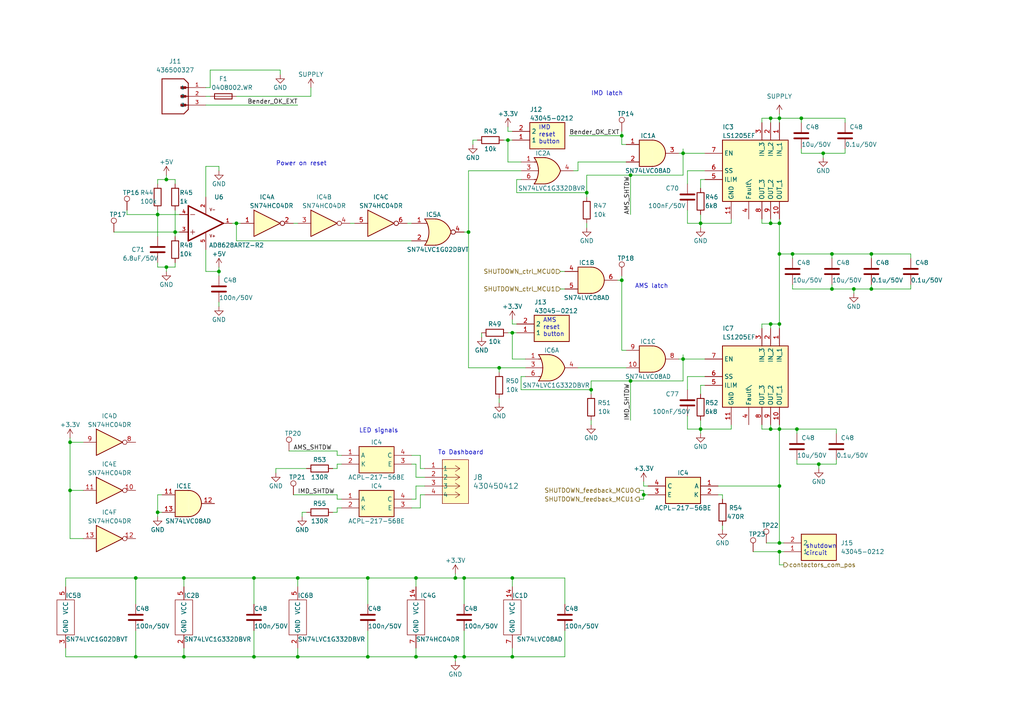
<source format=kicad_sch>
(kicad_sch (version 20230121) (generator eeschema)
  (paper "A4")
  (title_block (title "Shutsown circuit") (date "2023-12-29") (rev "V1.0") (company "Valais Wallis Racing Team") (comment 1 "Bétrisey Mattia"))
  (junction (at 148.59 190.5))
  (junction (at 20.32 142.24))
  (junction (at 147.32 40.64))
  (junction (at 241.3 83.82))
  (junction (at 238.76 44.45))
  (junction (at 45.72 148.59))
  (junction (at 203.2 124.46))
  (junction (at 120.65 167.64))
  (junction (at 241.3 73.66))
  (junction (at 226.06 140.97))
  (junction (at 132.08 167.64))
  (junction (at 231.14 124.46))
  (junction (at 50.8 67.31))
  (junction (at 134.62 167.64))
  (junction (at 132.08 190.5))
  (junction (at 252.73 83.82))
  (junction (at 226.06 93.98))
  (junction (at 20.32 128.27))
  (junction (at 247.65 83.82))
  (junction (at 223.52 34.29))
  (junction (at 198.12 44.45))
  (junction (at 48.26 77.47))
  (junction (at 170.18 55.88))
  (junction (at 45.72 62.23))
  (junction (at 223.52 64.77))
  (junction (at 180.34 81.28))
  (junction (at 106.68 190.5))
  (junction (at 180.34 39.37))
  (junction (at 226.06 64.77))
  (junction (at 252.73 73.66))
  (junction (at 63.5 78.74))
  (junction (at 223.52 124.46))
  (junction (at 39.37 190.5))
  (junction (at 135.89 67.31))
  (junction (at 73.66 190.5))
  (junction (at 226.06 160.02))
  (junction (at 171.45 113.03))
  (junction (at 134.62 190.5))
  (junction (at 237.49 134.62))
  (junction (at 232.41 34.29))
  (junction (at 226.06 157.48))
  (junction (at 48.26 52.07))
  (junction (at 186.69 143.51))
  (junction (at 53.34 190.5))
  (junction (at 226.06 34.29))
  (junction (at 226.06 73.66))
  (junction (at 86.36 167.64))
  (junction (at 148.59 96.52))
  (junction (at 39.37 167.64))
  (junction (at 144.78 106.68))
  (junction (at 120.65 190.5))
  (junction (at 223.52 93.98))
  (junction (at 86.36 190.5))
  (junction (at 182.88 50.8))
  (junction (at 203.2 64.77))
  (junction (at 229.87 73.66))
  (junction (at 73.66 167.64))
  (junction (at 68.58 64.77))
  (junction (at 182.88 110.49))
  (junction (at 226.06 124.46))
  (junction (at 198.12 104.14))
  (junction (at 148.59 167.64))
  (junction (at 106.68 167.64))
  (junction (at 53.34 167.64))
  (wire (pts (xy 238.76 44.45) (xy 245.11 44.45)))
  (wire (pts (xy 182.88 50.8) (xy 198.12 50.8)))
  (wire (pts (xy 203.2 125.73) (xy 203.2 124.46)))
  (wire (pts (xy 220.98 93.98) (xy 220.98 95.25)))
  (wire (pts (xy 149.86 52.07) (xy 149.86 55.88)))
  (wire (pts (xy 148.59 167.64) (xy 163.83 167.64)))
  (wire (pts (xy 203.2 62.23) (xy 203.2 64.77)))
  (wire (pts (xy 231.14 133.35) (xy 231.14 134.62)))
  (wire (pts (xy 222.25 157.48) (xy 226.06 157.48)))
  (wire (pts (xy 223.52 124.46) (xy 226.06 124.46)))
  (wire (pts (xy 226.06 73.66) (xy 226.06 64.77)))
  (wire (pts (xy 186.69 140.97) (xy 187.96 140.97)))
  (wire (pts (xy 237.49 135.89) (xy 237.49 134.62)))
  (wire (pts (xy 135.89 49.53) (xy 151.13 49.53)))
  (wire (pts (xy 96.52 148.59) (xy 97.79 148.59)))
  (wire (pts (xy 121.92 135.89) (xy 123.19 135.89)))
  (wire (pts (xy 199.39 64.77) (xy 203.2 64.77)))
  (wire (pts (xy 220.98 63.5) (xy 220.98 64.77)))
  (wire (pts (xy 63.5 48.26) (xy 63.5 49.53)))
  (wire (pts (xy 231.14 124.46) (xy 231.14 125.73)))
  (wire (pts (xy 50.8 60.96) (xy 50.8 67.31)))
  (wire (pts (xy 144.78 115.57) (xy 144.78 116.84)))
  (wire (pts (xy 198.12 44.45) (xy 204.47 44.45)))
  (wire (pts (xy 147.32 38.1) (xy 148.59 38.1)))
  (wire (pts (xy 48.26 77.47) (xy 50.8 77.47)))
  (wire (pts (xy 229.87 83.82) (xy 241.3 83.82)))
  (wire (pts (xy 199.39 49.53) (xy 199.39 53.34)))
  (wire (pts (xy 73.66 167.64) (xy 73.66 175.26)))
  (wire (pts (xy 247.65 85.09) (xy 247.65 83.82)))
  (wire (pts (xy 182.88 110.49) (xy 198.12 110.49)))
  (wire (pts (xy 167.64 106.68) (xy 181.61 106.68)))
  (wire (pts (xy 45.72 148.59) (xy 45.72 149.86)))
  (wire (pts (xy 220.98 34.29) (xy 220.98 35.56)))
  (wire (pts (xy 208.28 140.97) (xy 226.06 140.97)))
  (wire (pts (xy 242.57 133.35) (xy 242.57 134.62)))
  (wire (pts (xy 135.89 67.31) (xy 135.89 106.68)))
  (wire (pts (xy 81.28 20.32) (xy 81.28 21.59)))
  (wire (pts (xy 134.62 190.5) (xy 148.59 190.5)))
  (wire (pts (xy 39.37 182.88) (xy 39.37 190.5)))
  (wire (pts (xy 147.32 40.64) (xy 147.32 46.99)))
  (wire (pts (xy 199.39 60.96) (xy 199.39 64.77)))
  (wire (pts (xy 121.92 143.51) (xy 123.19 143.51)))
  (wire (pts (xy 59.69 78.74) (xy 63.5 78.74)))
  (wire (pts (xy 245.11 43.18) (xy 245.11 44.45)))
  (wire (pts (xy 226.06 124.46) (xy 226.06 140.97)))
  (wire (pts (xy 97.79 143.51) (xy 97.79 144.78)))
  (wire (pts (xy 80.01 135.89) (xy 88.9 135.89)))
  (wire (pts (xy 241.3 73.66) (xy 241.3 74.93)))
  (wire (pts (xy 87.63 148.59) (xy 87.63 149.86)))
  (wire (pts (xy 33.02 67.31) (xy 50.8 67.31)))
  (wire (pts (xy 144.78 106.68) (xy 135.89 106.68)))
  (wire (pts (xy 252.73 82.55) (xy 252.73 83.82)))
  (wire (pts (xy 68.58 64.77) (xy 69.85 64.77)))
  (wire (pts (xy 170.18 50.8) (xy 182.88 50.8)))
  (wire (pts (xy 220.98 124.46) (xy 223.52 124.46)))
  (wire (pts (xy 68.58 69.85) (xy 119.38 69.85)))
  (wire (pts (xy 48.26 50.8) (xy 48.26 52.07)))
  (wire (pts (xy 231.14 134.62) (xy 237.49 134.62)))
  (wire (pts (xy 148.59 93.98) (xy 149.86 93.98)))
  (wire (pts (xy 83.82 130.81) (xy 97.79 130.81)))
  (wire (pts (xy 196.85 44.45) (xy 198.12 44.45)))
  (wire (pts (xy 223.52 93.98) (xy 226.06 93.98)))
  (wire (pts (xy 223.52 123.19) (xy 223.52 124.46)))
  (wire (pts (xy 182.88 121.92) (xy 182.88 110.49)))
  (wire (pts (xy 171.45 123.19) (xy 171.45 121.92)))
  (wire (pts (xy 163.83 83.82) (xy 162.56 83.82)))
  (wire (pts (xy 59.69 27.94) (xy 60.96 27.94)))
  (wire (pts (xy 180.34 101.6) (xy 181.61 101.6)))
  (wire (pts (xy 134.62 167.64) (xy 132.08 167.64)))
  (wire (pts (xy 186.69 143.51) (xy 187.96 143.51)))
  (wire (pts (xy 59.69 25.4) (xy 60.96 25.4)))
  (wire (pts (xy 48.26 52.07) (xy 45.72 52.07)))
  (wire (pts (xy 171.45 113.03) (xy 171.45 114.3)))
  (wire (pts (xy 252.73 73.66) (xy 252.73 74.93)))
  (wire (pts (xy 87.63 148.59) (xy 88.9 148.59)))
  (wire (pts (xy 19.05 167.64) (xy 39.37 167.64)))
  (wire (pts (xy 223.52 64.77) (xy 220.98 64.77)))
  (wire (pts (xy 50.8 52.07) (xy 50.8 53.34)))
  (wire (pts (xy 119.38 147.32) (xy 121.92 147.32)))
  (wire (pts (xy 241.3 73.66) (xy 252.73 73.66)))
  (wire (pts (xy 185.42 144.78) (xy 186.69 144.78)))
  (wire (pts (xy 223.52 34.29) (xy 223.52 35.56)))
  (wire (pts (xy 63.5 88.9) (xy 63.5 87.63)))
  (wire (pts (xy 151.13 109.22) (xy 152.4 109.22)))
  (wire (pts (xy 48.26 77.47) (xy 48.26 78.74)))
  (wire (pts (xy 97.79 147.32) (xy 99.06 147.32)))
  (wire (pts (xy 226.06 160.02) (xy 227.33 160.02)))
  (wire (pts (xy 148.59 187.96) (xy 148.59 190.5)))
  (wire (pts (xy 20.32 128.27) (xy 24.13 128.27)))
  (wire (pts (xy 241.3 82.55) (xy 241.3 83.82)))
  (wire (pts (xy 120.65 138.43) (xy 123.19 138.43)))
  (wire (pts (xy 20.32 156.21) (xy 24.13 156.21)))
  (wire (pts (xy 97.79 144.78) (xy 99.06 144.78)))
  (wire (pts (xy 134.62 167.64) (xy 148.59 167.64)))
  (wire (pts (xy 36.83 62.23) (xy 36.83 60.96)))
  (wire (pts (xy 198.12 43.18) (xy 198.12 44.45)))
  (wire (pts (xy 170.18 55.88) (xy 170.18 57.15)))
  (wire (pts (xy 134.62 182.88) (xy 134.62 190.5)))
  (wire (pts (xy 90.17 25.4) (xy 90.17 27.94)))
  (wire (pts (xy 167.64 49.53) (xy 166.37 49.53)))
  (wire (pts (xy 237.49 134.62) (xy 242.57 134.62)))
  (wire (pts (xy 73.66 190.5) (xy 86.36 190.5)))
  (wire (pts (xy 45.72 52.07) (xy 45.72 53.34)))
  (wire (pts (xy 134.62 67.31) (xy 135.89 67.31)))
  (wire (pts (xy 73.66 182.88) (xy 73.66 190.5)))
  (wire (pts (xy 60.96 20.32) (xy 60.96 25.4)))
  (wire (pts (xy 163.83 78.74) (xy 162.56 78.74)))
  (wire (pts (xy 120.65 140.97) (xy 123.19 140.97)))
  (wire (pts (xy 148.59 104.14) (xy 152.4 104.14)))
  (wire (pts (xy 204.47 104.14) (xy 198.12 104.14)))
  (wire (pts (xy 167.64 46.99) (xy 181.61 46.99)))
  (wire (pts (xy 252.73 73.66) (xy 264.16 73.66)))
  (wire (pts (xy 137.16 40.64) (xy 138.43 40.64)))
  (wire (pts (xy 146.05 40.64) (xy 147.32 40.64)))
  (wire (pts (xy 151.13 109.22) (xy 151.13 113.03)))
  (wire (pts (xy 144.78 106.68) (xy 152.4 106.68)))
  (wire (pts (xy 220.98 123.19) (xy 220.98 124.46)))
  (wire (pts (xy 229.87 82.55) (xy 229.87 83.82)))
  (wire (pts (xy 241.3 83.82) (xy 247.65 83.82)))
  (wire (pts (xy 203.2 121.92) (xy 203.2 124.46)))
  (wire (pts (xy 147.32 46.99) (xy 151.13 46.99)))
  (wire (pts (xy 132.08 166.37) (xy 132.08 167.64)))
  (wire (pts (xy 232.41 34.29) (xy 232.41 35.56)))
  (wire (pts (xy 199.39 124.46) (xy 203.2 124.46)))
  (wire (pts (xy 203.2 66.04) (xy 203.2 64.77)))
  (wire (pts (xy 185.42 142.24) (xy 186.69 142.24)))
  (wire (pts (xy 147.32 96.52) (xy 148.59 96.52)))
  (wire (pts (xy 106.68 182.88) (xy 106.68 190.5)))
  (wire (pts (xy 39.37 167.64) (xy 39.37 175.26)))
  (wire (pts (xy 36.83 62.23) (xy 45.72 62.23)))
  (wire (pts (xy 20.32 142.24) (xy 20.32 156.21)))
  (wire (pts (xy 218.44 160.02) (xy 226.06 160.02)))
  (wire (pts (xy 238.76 45.72) (xy 238.76 44.45)))
  (wire (pts (xy 50.8 76.2) (xy 50.8 77.47)))
  (wire (pts (xy 148.59 190.5) (xy 163.83 190.5)))
  (wire (pts (xy 144.78 106.68) (xy 144.78 107.95)))
  (wire (pts (xy 134.62 167.64) (xy 134.62 175.26)))
  (wire (pts (xy 203.2 52.07) (xy 203.2 54.61)))
  (wire (pts (xy 151.13 113.03) (xy 171.45 113.03)))
  (wire (pts (xy 120.65 187.96) (xy 120.65 190.5)))
  (wire (pts (xy 59.69 72.39) (xy 59.69 78.74)))
  (wire (pts (xy 85.09 143.51) (xy 97.79 143.51)))
  (wire (pts (xy 186.69 139.7) (xy 186.69 140.97)))
  (wire (pts (xy 120.65 190.5) (xy 132.08 190.5)))
  (wire (pts (xy 45.72 76.2) (xy 45.72 77.47)))
  (wire (pts (xy 63.5 78.74) (xy 63.5 77.47)))
  (wire (pts (xy 102.87 64.77) (xy 101.6 64.77)))
  (wire (pts (xy 121.92 143.51) (xy 121.92 147.32)))
  (wire (pts (xy 179.07 81.28) (xy 180.34 81.28)))
  (wire (pts (xy 85.09 64.77) (xy 86.36 64.77)))
  (wire (pts (xy 209.55 143.51) (xy 209.55 144.78)))
  (wire (pts (xy 97.79 132.08) (xy 99.06 132.08)))
  (wire (pts (xy 45.72 62.23) (xy 45.72 68.58)))
  (wire (pts (xy 264.16 82.55) (xy 264.16 83.82)))
  (wire (pts (xy 167.64 49.53) (xy 167.64 46.99)))
  (wire (pts (xy 163.83 167.64) (xy 163.83 175.26)))
  (wire (pts (xy 226.06 93.98) (xy 226.06 73.66)))
  (wire (pts (xy 226.06 73.66) (xy 229.87 73.66)))
  (wire (pts (xy 147.32 40.64) (xy 148.59 40.64)))
  (wire (pts (xy 45.72 62.23) (xy 52.07 62.23)))
  (wire (pts (xy 59.69 30.48) (xy 86.36 30.48)))
  (wire (pts (xy 199.39 109.22) (xy 204.47 109.22)))
  (wire (pts (xy 132.08 191.77) (xy 132.08 190.5)))
  (wire (pts (xy 226.06 33.02) (xy 226.06 34.29)))
  (wire (pts (xy 198.12 102.87) (xy 198.12 104.14)))
  (wire (pts (xy 226.06 34.29) (xy 232.41 34.29)))
  (wire (pts (xy 226.06 124.46) (xy 231.14 124.46)))
  (wire (pts (xy 139.7 96.52) (xy 139.7 97.79)))
  (wire (pts (xy 252.73 83.82) (xy 264.16 83.82)))
  (wire (pts (xy 212.09 63.5) (xy 212.09 64.77)))
  (wire (pts (xy 171.45 110.49) (xy 182.88 110.49)))
  (wire (pts (xy 180.34 39.37) (xy 180.34 38.1)))
  (wire (pts (xy 20.32 127) (xy 20.32 128.27)))
  (wire (pts (xy 86.36 190.5) (xy 106.68 190.5)))
  (wire (pts (xy 68.58 27.94) (xy 90.17 27.94)))
  (wire (pts (xy 45.72 60.96) (xy 45.72 62.23)))
  (wire (pts (xy 180.34 80.01) (xy 180.34 81.28)))
  (wire (pts (xy 97.79 135.89) (xy 97.79 134.62)))
  (wire (pts (xy 180.34 39.37) (xy 180.34 41.91)))
  (wire (pts (xy 242.57 124.46) (xy 242.57 125.73)))
  (wire (pts (xy 53.34 187.96) (xy 53.34 190.5)))
  (wire (pts (xy 53.34 190.5) (xy 73.66 190.5)))
  (wire (pts (xy 226.06 163.83) (xy 227.33 163.83)))
  (wire (pts (xy 39.37 167.64) (xy 53.34 167.64)))
  (wire (pts (xy 73.66 167.64) (xy 86.36 167.64)))
  (wire (pts (xy 186.69 142.24) (xy 186.69 143.51)))
  (wire (pts (xy 220.98 34.29) (xy 223.52 34.29)))
  (wire (pts (xy 226.06 123.19) (xy 226.06 124.46)))
  (wire (pts (xy 148.59 92.71) (xy 148.59 93.98)))
  (wire (pts (xy 86.36 187.96) (xy 86.36 190.5)))
  (wire (pts (xy 208.28 143.51) (xy 209.55 143.51)))
  (wire (pts (xy 165.1 39.37) (xy 180.34 39.37)))
  (wire (pts (xy 186.69 144.78) (xy 186.69 143.51)))
  (wire (pts (xy 59.69 48.26) (xy 59.69 57.15)))
  (wire (pts (xy 199.39 120.65) (xy 199.39 124.46)))
  (wire (pts (xy 229.87 73.66) (xy 229.87 74.93)))
  (wire (pts (xy 50.8 67.31) (xy 50.8 68.58)))
  (wire (pts (xy 97.79 130.81) (xy 97.79 132.08)))
  (wire (pts (xy 86.36 167.64) (xy 106.68 167.64)))
  (wire (pts (xy 53.34 167.64) (xy 53.34 170.18)))
  (wire (pts (xy 229.87 73.66) (xy 241.3 73.66)))
  (wire (pts (xy 45.72 143.51) (xy 46.99 143.51)))
  (wire (pts (xy 232.41 44.45) (xy 238.76 44.45)))
  (wire (pts (xy 106.68 167.64) (xy 120.65 167.64)))
  (wire (pts (xy 198.12 44.45) (xy 198.12 50.8)))
  (wire (pts (xy 120.65 167.64) (xy 120.65 170.18)))
  (wire (pts (xy 226.06 140.97) (xy 226.06 157.48)))
  (wire (pts (xy 226.06 64.77) (xy 226.06 63.5)))
  (wire (pts (xy 120.65 134.62) (xy 120.65 138.43)))
  (wire (pts (xy 198.12 104.14) (xy 196.85 104.14)))
  (wire (pts (xy 223.52 64.77) (xy 226.06 64.77)))
  (wire (pts (xy 231.14 124.46) (xy 242.57 124.46)))
  (wire (pts (xy 203.2 111.76) (xy 203.2 114.3)))
  (wire (pts (xy 220.98 93.98) (xy 223.52 93.98)))
  (wire (pts (xy 226.06 34.29) (xy 226.06 35.56)))
  (wire (pts (xy 106.68 167.64) (xy 106.68 175.26)))
  (wire (pts (xy 134.62 190.5) (xy 132.08 190.5)))
  (wire (pts (xy 199.39 109.22) (xy 199.39 113.03)))
  (wire (pts (xy 203.2 111.76) (xy 204.47 111.76)))
  (wire (pts (xy 212.09 123.19) (xy 212.09 124.46)))
  (wire (pts (xy 203.2 124.46) (xy 212.09 124.46)))
  (wire (pts (xy 148.59 96.52) (xy 149.86 96.52)))
  (wire (pts (xy 245.11 34.29) (xy 245.11 35.56)))
  (wire (pts (xy 96.52 135.89) (xy 97.79 135.89)))
  (wire (pts (xy 53.34 167.64) (xy 73.66 167.64)))
  (wire (pts (xy 120.65 167.64) (xy 132.08 167.64)))
  (wire (pts (xy 223.52 93.98) (xy 223.52 95.25)))
  (wire (pts (xy 67.31 64.77) (xy 68.58 64.77)))
  (wire (pts (xy 119.38 132.08) (xy 121.92 132.08)))
  (wire (pts (xy 171.45 110.49) (xy 171.45 113.03)))
  (wire (pts (xy 264.16 73.66) (xy 264.16 74.93)))
  (wire (pts (xy 68.58 64.77) (xy 68.58 69.85)))
  (wire (pts (xy 86.36 167.64) (xy 86.36 170.18)))
  (wire (pts (xy 180.34 41.91) (xy 181.61 41.91)))
  (wire (pts (xy 19.05 167.64) (xy 19.05 170.18)))
  (wire (pts (xy 135.89 49.53) (xy 135.89 67.31)))
  (wire (pts (xy 226.06 160.02) (xy 226.06 163.83)))
  (wire (pts (xy 199.39 49.53) (xy 204.47 49.53)))
  (wire (pts (xy 119.38 134.62) (xy 120.65 134.62)))
  (wire (pts (xy 223.52 63.5) (xy 223.52 64.77)))
  (wire (pts (xy 223.52 34.29) (xy 226.06 34.29)))
  (wire (pts (xy 19.05 190.5) (xy 39.37 190.5)))
  (wire (pts (xy 148.59 96.52) (xy 148.59 104.14)))
  (wire (pts (xy 63.5 80.01) (xy 63.5 78.74)))
  (wire (pts (xy 20.32 142.24) (xy 24.13 142.24)))
  (wire (pts (xy 149.86 55.88) (xy 170.18 55.88)))
  (wire (pts (xy 203.2 64.77) (xy 212.09 64.77)))
  (wire (pts (xy 45.72 143.51) (xy 45.72 148.59)))
  (wire (pts (xy 45.72 77.47) (xy 48.26 77.47)))
  (wire (pts (xy 39.37 190.5) (xy 53.34 190.5)))
  (wire (pts (xy 182.88 62.23) (xy 182.88 50.8)))
  (wire (pts (xy 45.72 148.59) (xy 46.99 148.59)))
  (wire (pts (xy 198.12 104.14) (xy 198.12 110.49)))
  (wire (pts (xy 180.34 81.28) (xy 180.34 101.6)))
  (wire (pts (xy 163.83 182.88) (xy 163.83 190.5)))
  (wire (pts (xy 97.79 147.32) (xy 97.79 148.59)))
  (wire (pts (xy 226.06 157.48) (xy 227.33 157.48)))
  (wire (pts (xy 147.32 36.83) (xy 147.32 38.1)))
  (wire (pts (xy 50.8 67.31) (xy 52.07 67.31)))
  (wire (pts (xy 48.26 52.07) (xy 50.8 52.07)))
  (wire (pts (xy 247.65 83.82) (xy 252.73 83.82)))
  (wire (pts (xy 80.01 135.89) (xy 80.01 137.16)))
  (wire (pts (xy 226.06 95.25) (xy 226.06 93.98)))
  (wire (pts (xy 60.96 20.32) (xy 81.28 20.32)))
  (wire (pts (xy 232.41 43.18) (xy 232.41 44.45)))
  (wire (pts (xy 118.11 64.77) (xy 119.38 64.77)))
  (wire (pts (xy 149.86 52.07) (xy 151.13 52.07)))
  (wire (pts (xy 170.18 66.04) (xy 170.18 64.77)))
  (wire (pts (xy 203.2 52.07) (xy 204.47 52.07)))
  (wire (pts (xy 232.41 34.29) (xy 245.11 34.29)))
  (wire (pts (xy 120.65 140.97) (xy 120.65 144.78)))
  (wire (pts (xy 59.69 48.26) (xy 63.5 48.26)))
  (wire (pts (xy 121.92 132.08) (xy 121.92 135.89)))
  (wire (pts (xy 106.68 190.5) (xy 120.65 190.5)))
  (wire (pts (xy 148.59 167.64) (xy 148.59 170.18)))
  (wire (pts (xy 119.38 144.78) (xy 120.65 144.78)))
  (wire (pts (xy 137.16 40.64) (xy 137.16 41.91)))
  (wire (pts (xy 19.05 187.96) (xy 19.05 190.5)))
  (wire (pts (xy 97.79 134.62) (xy 99.06 134.62)))
  (wire (pts (xy 170.18 50.8) (xy 170.18 55.88)))
  (wire (pts (xy 209.55 153.67) (xy 209.55 152.4)))
  (wire (pts (xy 20.32 128.27) (xy 20.32 142.24)))
  (text "IMD\nreset\nbutton" (at 156.21 41.91 0) (effects (font (size 1.27 1.27)) (justify left bottom)))
  (text "shutdown\ncircuit" (at 233.68 161.29 0) (effects (font (size 1.27 1.27)) (justify left bottom)))
  (text "AMS\nreset\nbutton" (at 157.48 97.79 0) (effects (font (size 1.27 1.27)) (justify left bottom)))
  (text "To Dashboard" (at 127 132.08 0) (effects (font (size 1.27 1.27)) (justify left bottom)))
  (text "IMD latch" (at 171.45 27.94 0) (effects (font (size 1.27 1.27)) (justify left bottom)))
  (text "LED signals" (at 104.14 125.73 0) (effects (font (size 1.27 1.27)) (justify left bottom)))
  (text "Power on reset" (at 80.01 48.26 0) (effects (font (size 1.27 1.27)) (justify left bottom)))
  (text "AMS latch" (at 184.15 83.82 0) (effects (font (size 1.27 1.27)) (justify left bottom)))
  (label "AMS_SHTDW" (at 182.88 62.23 90))
  (label "AMS_SHTDW" (at 85.09 130.81 0))
  (label "IMD_SHTDW" (at 182.88 121.92 90))
  (label "IMD_SHTDW" (at 86.36 143.51 0))
  (label "Bender_OK_EXT" (at 86.36 30.48 180))
  (label "Bender_OK_EXT" (at 165.1 39.37 0))
  (hierarchical_label "SHUTDOWN_ctrl_MCU1" (shape input) (at 162.56 83.82 180))
  (hierarchical_label "contactors_com_pos" (shape output) (at 227.33 163.83 0))
  (hierarchical_label "SHUTDOWN_feedback_MCU1" (shape output) (at 185.42 144.78 180))
  (hierarchical_label "SHUTDOWN_ctrl_MCU0" (shape input) (at 162.56 78.74 180))
  (hierarchical_label "SHUTDOWN_feedback_MCU0" (shape output) (at 185.42 142.24 180))
  (symbol (lib_id "FS_Semiconductor:SN74LVC1G02DBVT") (at 125.73 67.31 0) (unit 1)
    (property "Reference" "IC5" (at 125.73 62.23 0))
    (property "Value" "SN74LVC1G02DBVT" (at 127 72.39 0))
    (property "Footprint" "Package_TO_SOT_SMD:TSOT-23-5" (effects hide))
    (property "Datasheet" "https://www.ti.com/lit/ds/symlink/sn74lvc1g02.pdf?ts=1703686741579&ref_url=https%253A%252F%252Fwww.ti.com%252Fproduct%252FSN74LVC1G02" (effects hide))
  )
  (symbol (lib_id "bmsPower_Symbols:GND_0") (at 87.63 149.86 0) (unit 1) (in_bom no) (on_board no)
    (property "Reference" "#PWR0131" (effects hide))
    (property "Value" "GND_0" (at 87.63 153.67 0))
  )
  (symbol (lib_id "FS_Semiconductor:SN74HCS14QDRQ1") (at 30.48 128.27 0) (unit 4)
    (property "Reference" "IC4" (at 31.75 120.65 0))
    (property "Value" "SN74HC04DR" (at 25.4 123.19 0) (effects (justify left)))
    (property "Footprint" "FS_Semiconductor:SOIC127P600X175-14N" (effects hide))
    (property "Description" "Buffers & Line Drivers Automotive hex inverter with Schmitt-trigger inputs 14-SOIC -40 to 125" (effects hide))
    (property "Height" "1.75" (effects hide))
    (property "Mouser Part Number" "595-SN74HCS14QDRQ1" (effects hide))
    (property "Mouser Price/Stock" "https://www.mouser.co.uk/ProductDetail/Texas-Instruments/SN74HCS14QDRQ1?qs=OTrKUuiFdkaK%252BjdbPs1CrQ%3D%3D" (effects hide))
    (property "Manufacturer_Name" "Texas Instruments" (effects hide))
    (property "Manufacturer_Part_Number" "SN74HCS14QDRQ1" (effects hide))
  )
  (symbol (lib_id "Device:R") (at 92.71 148.59 90) (unit 1)
    (property "Reference" "R55" (at 92.71 146.05 90))
    (property "Value" "130R" (at 92.71 151.13 90))
    (property "Footprint" "Resistor_SMD:R_0603_1608Metric" (effects hide))
  )
  (symbol (lib_id "Connector:TestPoint") (at 180.34 80.01 0) (unit 1)
    (property "Reference" "TP18" (at 179.07 74.93 0) (effects (justify left)))
    (property "Value" "TestPoint" (effects hide))
    (property "Footprint" "TestPoint:TestPoint_Keystone_5000-5004_Miniature" (effects hide))
  )
  (symbol (lib_id "Connector:TestPoint") (at 83.82 130.81 0) (unit 1)
    (property "Reference" "TP20" (at 82.55 125.73 0) (effects (justify left)))
    (property "Value" "TestPoint" (effects hide))
    (property "Footprint" "TestPoint:TestPoint_Keystone_5000-5004_Miniature" (effects hide))
  )
  (symbol (lib_id "bmsPower_Symbols:GND_0") (at 45.72 149.86 0) (unit 1) (in_bom no) (on_board no)
    (property "Reference" "#PWR0124" (effects hide))
    (property "Value" "GND_0" (at 45.72 153.67 0))
  )
  (symbol (lib_id "LS1205EF:LS1205EF") (at 218.44 109.22 0) (unit 1)
    (property "Reference" "IC7" (at 209.55 95.25 0) (effects (justify left)))
    (property "Value" "LS1205EF" (at 209.55 97.79 0) (effects (justify left)))
    (property "Footprint" "LS1205EF:SON50P300X300X80-11N" (effects hide))
    (property "Datasheet" "https://www.littelfuse.com/media?resourcetype=datasheets&itemid=b40a8809-c1ad-459d-a34c-84532dbddcb7&filename=littelfuse-protection-ic-ls1205exd33--datasheet" (effects hide))
    (property "Height" "0.8" (effects hide))
    (property "Manufacturer_Name" "LITTELFUSE" (effects hide))
  )
  (symbol (lib_id "Device:C") (at 242.57 129.54 0) (unit 1)
    (property "Reference" "C48" (at 243.84 127 0) (effects (justify left)))
    (property "Value" "0.1u/50V" (at 242.57 132.08 0) (effects (justify left)))
    (property "Footprint" "Capacitor_SMD:C_0603_1608Metric" (effects hide))
    (instances (project "BMS-Master" (path "" (reference "C48") (unit 1)) (path "" (reference "C64") (unit 1)) (path "" (reference "C79") (unit 1))))
  )
  (symbol (lib_id "Device:R") (at 142.24 40.64 90) (unit 1)
    (property "Reference" "R43" (at 142.24 38.1 90))
    (property "Value" "10k" (at 142.24 43.18 90))
    (property "Footprint" "Resistor_SMD:R_0603_1608Metric" (effects hide))
  )
  (symbol (lib_id "bmsPower_Symbols:GND_0") (at 203.2 66.04 0) (unit 1) (in_bom no) (on_board no)
    (property "Reference" "#PWR0116" (effects hide))
    (property "Value" "GND_0" (at 203.2 69.85 0))
  )
  (symbol (lib_id "FS_Semiconductor:SN74HCS14QDRQ1") (at 30.48 142.24 0) (unit 5)
    (property "Reference" "IC4" (at 31.75 134.62 0))
    (property "Value" "SN74HC04DR" (at 25.4 137.16 0) (effects (justify left)))
    (property "Footprint" "FS_Semiconductor:SOIC127P600X175-14N" (effects hide))
    (property "Description" "Buffers & Line Drivers Automotive hex inverter with Schmitt-trigger inputs 14-SOIC -40 to 125" (effects hide))
    (property "Height" "1.75" (effects hide))
    (property "Mouser Part Number" "595-SN74HCS14QDRQ1" (effects hide))
    (property "Mouser Price/Stock" "https://www.mouser.co.uk/ProductDetail/Texas-Instruments/SN74HCS14QDRQ1?qs=OTrKUuiFdkaK%252BjdbPs1CrQ%3D%3D" (effects hide))
    (property "Manufacturer_Name" "Texas Instruments" (effects hide))
    (property "Manufacturer_Part_Number" "SN74HCS14QDRQ1" (effects hide))
  )
  (symbol (lib_id "bmsPower_Symbols:+3V3_0") (at 148.59 92.71 0) (unit 1) (in_bom no) (on_board no)
    (property "Reference" "#PWR0122" (effects hide))
    (property "Value" "+3V3_0" (at 148.59 88.9 0))
  )
  (symbol (lib_id "Connector:TestPoint") (at 36.83 60.96 0) (unit 1)
    (property "Reference" "TP16" (at 35.56 55.88 0) (effects (justify left)))
    (property "Value" "TestPoint" (effects hide))
    (property "Footprint" "TestPoint:TestPoint_Keystone_5000-5004_Miniature" (effects hide))
  )
  (symbol (lib_id "Connector:TestPoint") (at 180.34 38.1 0) (unit 1)
    (property "Reference" "TP14" (at 179.07 33.02 0) (effects (justify left)))
    (property "Value" "TestPoint" (effects hide))
    (property "Footprint" "TestPoint:TestPoint_Keystone_5000-5004_Miniature" (effects hide))
  )
  (symbol (lib_id "Device:C") (at 39.37 179.07 0) (unit 1)
    (property "Reference" "C48" (at 39.37 176.53 0) (effects (justify left)))
    (property "Value" "100n/50V" (at 39.37 181.61 0) (effects (justify left)))
    (property "Footprint" "Capacitor_SMD:C_0603_1608Metric" (effects hide))
    (instances (project "BMS-Master" (path "" (reference "C48") (unit 1)) (path "" (reference "C64") (unit 1)) (path "" (reference "C80") (unit 1))))
  )
  (symbol (lib_id "43045-0212:43045-0212") (at 227.33 157.48 0) (unit 1)
    (property "Reference" "J15" (at 243.84 157.48 0) (effects (justify left)))
    (property "Value" "43045-0212" (at 243.84 160.02 0) (effects (justify left)))
    (property "Footprint" "43045-0212:43045-02YY_121314" (effects hide))
    (property "Datasheet" "https://www.molex.com/pdm_docs/sd/430450612_sd.pdf" (effects hide))
    (property "Height" "9.91" (effects hide))
    (property "Manufacturer_Name" "Molex" (effects hide))
    (property "Manufacturer_Part_Number" "43045-0212" (effects hide))
    (property "Mouser Part Number" "538-430-45-0212" (effects hide))
    (property "Mouser Price/Stock" "https://www.mouser.co.uk/ProductDetail/Molex/43045-0212?qs=QtQX4uD3c2XFLtjr%252BHeRmQ%3D%3D" (effects hide))
  )
  (symbol (lib_id "power:+5V") (at 63.5 77.47 0) (unit 1)
    (property "Reference" "#PWR0117" (effects hide))
    (property "Value" "+5V" (at 63.5 73.66 0))
  )
  (symbol (lib_name "SN74LVC08AD_1") (lib_id "FS_Semiconductor:SN74LVC08AD") (at 170.18 81.28 0) (unit 2)
    (property "Reference" "IC1" (at 170.18 76.2 0))
    (property "Value" "SN74LVC08AD" (at 170.18 86.36 0))
    (property "Footprint" "FS_Semiconductor:SOIC127P600X175-14N" (effects hide))
    (property "Datasheet" "https://www.ti.com/lit/ds/symlink/sn74lvc08a.pdf?HQS=dis-mous-null-mousermode-dsf-pf-null-wwe&ts=1703607102920&ref_url=https%253A%252F%252Fwww.mouser.ch%252F" (effects hide))
    (property "Description" " Quadruple 2-Input Positive-AND Gates" (effects hide))
  )
  (symbol (lib_id "Connector:TestPoint") (at 218.44 160.02 0) (unit 1)
    (property "Reference" "TP23" (at 217.17 154.94 0) (effects (justify left)))
    (property "Value" "TestPoint" (effects hide))
    (property "Footprint" "TestPoint:TestPoint_Keystone_5000-5004_Miniature" (effects hide))
  )
  (symbol (lib_id "Connector:TestPoint") (at 222.25 157.48 0) (unit 1)
    (property "Reference" "TP22" (at 220.98 152.4 0) (effects (justify left)))
    (property "Value" "TestPoint" (effects hide))
    (property "Footprint" "TestPoint:TestPoint_Keystone_5000-5004_Miniature" (effects hide))
  )
  (symbol (lib_name "SN74LVC08AD_3") (lib_id "FS_Semiconductor:SN74LVC08AD") (at 187.96 44.45 0) (unit 1)
    (property "Reference" "IC1" (at 187.96 39.37 0))
    (property "Value" "SN74LVC08AD" (at 187.96 49.53 0))
    (property "Footprint" "FS_Semiconductor:SOIC127P600X175-14N" (effects hide))
    (property "Datasheet" "https://www.ti.com/lit/ds/symlink/sn74lvc08a.pdf?HQS=dis-mous-null-mousermode-dsf-pf-null-wwe&ts=1703607102920&ref_url=https%253A%252F%252Fwww.mouser.ch%252F" (effects hide))
    (property "Description" " Quadruple 2-Input Positive-AND Gates" (effects hide))
  )
  (symbol (lib_id "bmsPower_Symbols:GND_0") (at 144.78 116.84 0) (unit 1) (in_bom no) (on_board no)
    (property "Reference" "#PWR0125" (effects hide))
    (property "Value" "GND_0" (at 144.78 120.65 0))
  )
  (symbol (lib_id "ACPL-217-56BE:ACPL-217-56BE") (at 208.28 140.97 0) (mirror y) (unit 1)
    (property "Reference" "IC4" (at 198.12 137.16 0))
    (property "Value" "ACPL-217-56BE" (at 198.12 147.32 0))
    (property "Footprint" "ACPL-217:SOIC127P700X242-4N" (effects hide))
    (property "Datasheet" "https://componentsearchengine.com/Datasheets/2/ACPL-217-56BE.pdf" (effects hide))
    (property "Height" "2.42" (effects hide))
    (property "Manufacturer_Name" "Avago Technologies" (effects hide))
    (property "Manufacturer_Part_Number" "ACPL-217-56BE" (effects hide))
    (property "Mouser Part Number" "630-ACPL-217-56BE" (effects hide))
    (property "Mouser Price/Stock" "https://www.mouser.co.uk/ProductDetail/Broadcom-Avago/ACPL-217-56BE?qs=dcm2zoLQumABa%2FcMDS685Q%3D%3D" (effects hide))
    (instances (project "BMS-Slave" (path "" (reference "IC4") (unit 1)) (path "" (reference "IC18") (unit 1))) (project "BMS-Master" (path "" (reference "IC9") (unit 1))))
  )
  (symbol (lib_id "ACPL-217-56BE:ACPL-217-56BE") (at 99.06 144.78 0) (unit 1)
    (property "Reference" "IC4" (at 109.22 140.97 0))
    (property "Value" "ACPL-217-56BE" (at 109.22 151.13 0))
    (property "Footprint" "ACPL-217:SOIC127P700X242-4N" (effects hide))
    (property "Datasheet" "https://componentsearchengine.com/Datasheets/2/ACPL-217-56BE.pdf" (effects hide))
    (property "Height" "2.42" (effects hide))
    (property "Manufacturer_Name" "Avago Technologies" (effects hide))
    (property "Manufacturer_Part_Number" "ACPL-217-56BE" (effects hide))
    (property "Mouser Part Number" "630-ACPL-217-56BE" (effects hide))
    (property "Mouser Price/Stock" "https://www.mouser.co.uk/ProductDetail/Broadcom-Avago/ACPL-217-56BE?qs=dcm2zoLQumABa%2FcMDS685Q%3D%3D" (effects hide))
    (instances (project "BMS-Slave" (path "" (reference "IC4") (unit 1)) (path "" (reference "IC18") (unit 1))) (project "BMS-Master" (path "" (reference "IC10") (unit 1))))
  )
  (symbol (lib_id "Device:R") (at 50.8 72.39 0) (unit 1)
    (property "Reference" "R48" (at 52.07 71.12 0) (effects (justify left)))
    (property "Value" "10k" (at 52.07 73.66 0) (effects (justify left)))
    (property "Footprint" "Resistor_SMD:R_0603_1608Metric" (effects hide))
  )
  (symbol (lib_id "bmsPower_Symbols:+3V3_0") (at 20.32 127 0) (unit 1) (in_bom no) (on_board no)
    (property "Reference" "#PWR0121" (effects hide))
    (property "Value" "+3V3_0" (at 20.32 123.19 0))
  )
  (symbol (lib_id "Device:C") (at 163.83 179.07 0) (unit 1)
    (property "Reference" "C48" (at 163.83 176.53 0) (effects (justify left)))
    (property "Value" "100n/50V" (at 163.83 181.61 0) (effects (justify left)))
    (property "Footprint" "Capacitor_SMD:C_0603_1608Metric" (effects hide))
    (instances (project "BMS-Master" (path "" (reference "C48") (unit 1)) (path "" (reference "C64") (unit 1)) (path "" (reference "C84") (unit 1))))
  )
  (symbol (lib_id "bmsPower_Symbols:GND_0") (at 63.5 49.53 0) (unit 1) (in_bom no) (on_board no)
    (property "Reference" "#PWR0113" (effects hide))
    (property "Value" "GND_0" (at 63.5 53.34 0))
  )
  (symbol (lib_id "bmsPower_Symbols:GND_0") (at 203.2 125.73 0) (unit 1) (in_bom no) (on_board no)
    (property "Reference" "#PWR0127" (effects hide))
    (property "Value" "GND_0" (at 203.2 129.54 0))
  )
  (symbol (lib_id "Device:C") (at 73.66 179.07 0) (unit 1)
    (property "Reference" "C48" (at 73.66 176.53 0) (effects (justify left)))
    (property "Value" "100n/50V" (at 73.66 181.61 0) (effects (justify left)))
    (property "Footprint" "Capacitor_SMD:C_0603_1608Metric" (effects hide))
    (instances (project "BMS-Master" (path "" (reference "C48") (unit 1)) (path "" (reference "C64") (unit 1)) (path "" (reference "C81") (unit 1))))
  )
  (symbol (lib_id "Device:C") (at 232.41 39.37 0) (unit 1)
    (property "Reference" "C48" (at 233.68 36.83 0) (effects (justify left)))
    (property "Value" "10u/50V" (at 232.41 41.91 0) (effects (justify left)))
    (property "Footprint" "Capacitor_SMD:C_0805_2012Metric" (effects hide))
    (instances (project "BMS-Master" (path "" (reference "C48") (unit 1)) (path "" (reference "C64") (unit 1)) (path "" (reference "C68") (unit 1))))
  )
  (symbol (lib_id "bmsPower_Symbols:GND_0") (at 171.45 123.19 0) (unit 1) (in_bom no) (on_board no)
    (property "Reference" "#PWR0126" (effects hide))
    (property "Value" "GND_0" (at 171.45 127 0))
  )
  (symbol (lib_name "SN74LVC08AD_4") (lib_id "FS_Semiconductor:SN74LVC08AD") (at 53.34 146.05 0) (unit 5)
    (property "Reference" "IC1" (at 53.34 140.97 0))
    (property "Value" "SN74LVC08AD" (at 54.61 151.13 0))
    (property "Footprint" "FS_Semiconductor:SOIC127P600X175-14N" (effects hide))
    (property "Datasheet" "https://www.ti.com/lit/ds/symlink/sn74lvc08a.pdf?HQS=dis-mous-null-mousermode-dsf-pf-null-wwe&ts=1703607102920&ref_url=https%253A%252F%252Fwww.mouser.ch%252F" (effects hide))
    (property "Description" " Quadruple 2-Input Positive-AND Gates" (effects hide))
  )
  (symbol (lib_id "Device:R") (at 143.51 96.52 90) (unit 1)
    (property "Reference" "R49" (at 143.51 93.98 90))
    (property "Value" "10k" (at 143.51 99.06 90))
    (property "Footprint" "Resistor_SMD:R_0603_1608Metric" (effects hide))
  )
  (symbol (lib_id "bmsPower_Symbols:+3V3_0") (at 132.08 166.37 0) (unit 1) (in_bom no) (on_board no)
    (property "Reference" "#PWR0133" (effects hide))
    (property "Value" "+3V3_0" (at 132.08 162.56 0))
  )
  (symbol (lib_id "Device:R") (at 203.2 118.11 0) (unit 1)
    (property "Reference" "R52" (at 204.47 116.84 0) (effects (justify left)))
    (property "Value" "6k8" (at 204.47 119.38 0) (effects (justify left)))
    (property "Footprint" "Resistor_SMD:R_0603_1608Metric" (effects hide))
  )
  (symbol (lib_id "ACPL-217-56BE:ACPL-217-56BE") (at 99.06 132.08 0) (unit 1)
    (property "Reference" "IC4" (at 109.22 128.27 0))
    (property "Value" "ACPL-217-56BE" (at 109.22 138.43 0))
    (property "Footprint" "ACPL-217:SOIC127P700X242-4N" (effects hide))
    (property "Datasheet" "https://componentsearchengine.com/Datasheets/2/ACPL-217-56BE.pdf" (effects hide))
    (property "Height" "2.42" (effects hide))
    (property "Manufacturer_Name" "Avago Technologies" (effects hide))
    (property "Manufacturer_Part_Number" "ACPL-217-56BE" (effects hide))
    (property "Mouser Part Number" "630-ACPL-217-56BE" (effects hide))
    (property "Mouser Price/Stock" "https://www.mouser.co.uk/ProductDetail/Broadcom-Avago/ACPL-217-56BE?qs=dcm2zoLQumABa%2FcMDS685Q%3D%3D" (effects hide))
    (instances (project "BMS-Slave" (path "" (reference "IC4") (unit 1)) (path "" (reference "IC18") (unit 1))) (project "BMS-Master" (path "" (reference "IC8") (unit 1))))
  )
  (symbol (lib_id "Device:C") (at 45.72 72.39 0) (unit 1)
    (property "Reference" "C71" (at 38.1 72.39 0) (effects (justify left)))
    (property "Value" "6.8uF/50V" (at 35.56 74.93 0) (effects (justify left)))
    (property "Footprint" "Capacitor_SMD:C_0805_2012Metric" (effects hide))
  )
  (symbol (lib_id "43045-0212:43045-0212") (at 149.86 93.98 0) (unit 1)
    (property "Reference" "J13" (at 154.94 87.63 0) (effects (justify left)))
    (property "Value" "43045-0212" (at 154.94 90.17 0) (effects (justify left)))
    (property "Footprint" "43045-0212:43045-02YY_121314" (effects hide))
    (property "Datasheet" "https://www.molex.com/pdm_docs/sd/430450612_sd.pdf" (effects hide))
    (property "Height" "9.91" (effects hide))
    (property "Manufacturer_Name" "Molex" (effects hide))
    (property "Manufacturer_Part_Number" "43045-0212" (effects hide))
    (property "Mouser Part Number" "538-430-45-0212" (effects hide))
    (property "Mouser Price/Stock" "https://www.mouser.co.uk/ProductDetail/Molex/43045-0212?qs=QtQX4uD3c2XFLtjr%252BHeRmQ%3D%3D" (effects hide))
  )
  (symbol (lib_id "FS_Semiconductor:SN74LVC1G332DBVR") (at 53.34 179.07 0) (unit 2)
    (property "Reference" "IC2" (at 53.34 172.72 0) (effects (justify left)))
    (property "Value" "SN74LVC1G332DBVR" (at 53.34 185.42 0) (effects (justify left)))
    (property "Footprint" "Package_TO_SOT_SMD:TSOT-23-6" (effects hide))
    (property "Datasheet" "https://www.ti.com/lit/ds/symlink/sn74lvc1g332.pdf?ts=1703608559465&ref_url=https%253A%252F%252Fwww.ti.com%252Fproduct%252FSN74LVC1G332%253FHQS%253Dti-null-null-verifimanuf_manuf-manu-pf-octopart-wwe" (effects hide))
  )
  (symbol (lib_id "Device:C") (at 264.16 78.74 0) (unit 1)
    (property "Reference" "C48" (at 265.43 76.2 0) (effects (justify left)))
    (property "Value" "0.1u/50V" (at 264.16 81.28 0) (effects (justify left)))
    (property "Footprint" "Capacitor_SMD:C_0603_1608Metric" (effects hide))
    (instances (project "BMS-Master" (path "" (reference "C48") (unit 1)) (path "" (reference "C64") (unit 1)) (path "" (reference "C75") (unit 1))))
  )
  (symbol (lib_id "Device:R") (at 171.45 118.11 180) (unit 1)
    (property "Reference" "R51" (at 175.26 116.84 0))
    (property "Value" "10k" (at 175.26 119.38 0))
    (property "Footprint" "Resistor_SMD:R_0603_1608Metric" (effects hide))
  )
  (symbol (lib_id "Device:R") (at 45.72 57.15 0) (unit 1)
    (property "Reference" "R44" (at 40.64 55.88 0) (effects (justify left)))
    (property "Value" "100k" (at 40.64 58.42 0) (effects (justify left)))
    (property "Footprint" "Resistor_SMD:R_0603_1608Metric" (effects hide))
  )
  (symbol (lib_id "Device:R") (at 209.55 148.59 180) (unit 1)
    (property "Reference" "R54" (at 213.36 147.32 0))
    (property "Value" "470R" (at 213.36 149.86 0))
    (property "Footprint" "Resistor_SMD:R_0603_1608Metric" (effects hide))
  )
  (symbol (lib_id "bmsPower_Symbols:SUPPLY_0") (at 90.17 25.4 0) (unit 1) (in_bom no) (on_board no)
    (property "Reference" "#PWR0108" (effects hide))
    (property "Value" "SUPPLY_0" (at 90.17 21.59 0))
  )
  (symbol (lib_id "Device:C") (at 199.39 116.84 0) (unit 1)
    (property "Reference" "C77" (at 193.04 114.3 0) (effects (justify left)))
    (property "Value" "100nF/50V" (at 189.23 119.38 0) (effects (justify left)))
    (property "Footprint" "Capacitor_SMD:C_0603_1608Metric" (effects hide))
  )
  (symbol (lib_id "bmsPower_Symbols:GND_0") (at 238.76 45.72 0) (unit 1) (in_bom no) (on_board no)
    (property "Reference" "#PWR0112" (effects hide))
    (property "Value" "GND_0" (at 238.76 49.53 0))
  )
  (symbol (lib_id "bmsPower_Symbols:GND_0") (at 139.7 97.79 0) (unit 1) (in_bom no) (on_board no)
    (property "Reference" "#PWR0123" (effects hide))
    (property "Value" "GND_0" (at 139.7 101.6 0))
  )
  (symbol (lib_id "Device:C") (at 252.73 78.74 0) (unit 1)
    (property "Reference" "C48" (at 254 76.2 0) (effects (justify left)))
    (property "Value" "0.1u/50V" (at 252.73 81.28 0) (effects (justify left)))
    (property "Footprint" "Capacitor_SMD:C_0603_1608Metric" (effects hide))
    (instances (project "BMS-Master" (path "" (reference "C48") (unit 1)) (path "" (reference "C64") (unit 1)) (path "" (reference "C74") (unit 1))))
  )
  (symbol (lib_id "FS_Semiconductor:SN74HCS14QDRQ1") (at 109.22 64.77 0) (unit 3)
    (property "Reference" "IC4" (at 110.49 57.15 0))
    (property "Value" "SN74HC04DR" (at 104.14 59.69 0) (effects (justify left)))
    (property "Footprint" "FS_Semiconductor:SOIC127P600X175-14N" (effects hide))
    (property "Description" "Buffers & Line Drivers Automotive hex inverter with Schmitt-trigger inputs 14-SOIC -40 to 125" (effects hide))
    (property "Height" "1.75" (effects hide))
    (property "Mouser Part Number" "595-SN74HCS14QDRQ1" (effects hide))
    (property "Mouser Price/Stock" "https://www.mouser.co.uk/ProductDetail/Texas-Instruments/SN74HCS14QDRQ1?qs=OTrKUuiFdkaK%252BjdbPs1CrQ%3D%3D" (effects hide))
    (property "Manufacturer_Name" "Texas Instruments" (effects hide))
    (property "Manufacturer_Part_Number" "SN74HCS14QDRQ1" (effects hide))
  )
  (symbol (lib_id "Device:Fuse") (at 64.77 27.94 90) (unit 1)
    (property "Reference" "F1" (at 64.77 22.86 90))
    (property "Value" "0408002.WR" (at 67.31 25.4 90))
    (property "Footprint" "Fuse:Fuse_0603_1608Metric" (effects hide))
  )
  (symbol (lib_id "Device:C") (at 106.68 179.07 0) (unit 1)
    (property "Reference" "C48" (at 106.68 176.53 0) (effects (justify left)))
    (property "Value" "100n/50V" (at 106.68 181.61 0) (effects (justify left)))
    (property "Footprint" "Capacitor_SMD:C_0603_1608Metric" (effects hide))
    (instances (project "BMS-Master" (path "" (reference "C48") (unit 1)) (path "" (reference "C64") (unit 1)) (path "" (reference "C82") (unit 1))))
  )
  (symbol (lib_id "bmsPower_Symbols:GND_0") (at 247.65 85.09 0) (unit 1) (in_bom no) (on_board no)
    (property "Reference" "#PWR0119" (effects hide))
    (property "Value" "GND_0" (at 247.65 88.9 0))
  )
  (symbol (lib_id "436500327:436500327") (at 54.61 27.94 0) (mirror y) (unit 1)
    (property "Reference" "J11" (at 50.8 17.78 0))
    (property "Value" "436500327" (at 50.8 20.32 0))
    (property "Footprint" "43650-0327:MOLEX_436500327" (effects hide))
    (property "MF" "Molex" (effects hide))
    (property "MAXIMUM_PACKAGE_HEIGHT" "9.9 mm" (effects hide))
    (property "Package" "None" (effects hide))
    (property "Price" "None" (effects hide))
    (property "Check_prices" "https://www.snapeda.com/parts/43650-0327/Molex/view-part/?ref=eda" (effects hide))
    (property "STANDARD" "Manufacturer Recommendations" (effects hide))
    (property "PARTREV" "F3" (effects hide))
    (property "SnapEDA_Link" "https://www.snapeda.com/parts/43650-0327/Molex/view-part/?ref=snap" (effects hide))
    (property "MP" "43650-0327" (effects hide))
    (property "Description" "\nHeader 3.00mm, WTB, single row, vert, 3w | Molex Incorporated 43650-0327\n" (effects hide))
    (property "Availability" "In Stock" (effects hide))
    (property "MANUFACTURER" "Molex" (effects hide))
  )
  (symbol (lib_id "FS_Semiconductor:SN74HCS14QDRQ1") (at 92.71 64.77 0) (unit 2)
    (property "Reference" "IC4" (at 93.98 57.15 0))
    (property "Value" "SN74HC04DR" (at 87.63 59.69 0) (effects (justify left)))
    (property "Footprint" "FS_Semiconductor:SOIC127P600X175-14N" (effects hide))
    (property "Description" "Buffers & Line Drivers Automotive hex inverter with Schmitt-trigger inputs 14-SOIC -40 to 125" (effects hide))
    (property "Height" "1.75" (effects hide))
    (property "Mouser Part Number" "595-SN74HCS14QDRQ1" (effects hide))
    (property "Mouser Price/Stock" "https://www.mouser.co.uk/ProductDetail/Texas-Instruments/SN74HCS14QDRQ1?qs=OTrKUuiFdkaK%252BjdbPs1CrQ%3D%3D" (effects hide))
    (property "Manufacturer_Name" "Texas Instruments" (effects hide))
    (property "Manufacturer_Part_Number" "SN74HCS14QDRQ1" (effects hide))
  )
  (symbol (lib_id "FS_Semiconductor:SN74LVC1G332DBVR") (at 86.36 179.07 0) (unit 2)
    (property "Reference" "IC6" (at 86.36 172.72 0) (effects (justify left)))
    (property "Value" "SN74LVC1G332DBVR" (at 86.36 185.42 0) (effects (justify left)))
    (property "Footprint" "Package_TO_SOT_SMD:TSOT-23-6" (effects hide))
    (property "Datasheet" "https://www.ti.com/lit/ds/symlink/sn74lvc1g332.pdf?ts=1703608559465&ref_url=https%253A%252F%252Fwww.ti.com%252Fproduct%252FSN74LVC1G332%253FHQS%253Dti-null-null-verifimanuf_manuf-manu-pf-octopart-wwe" (effects hide))
  )
  (symbol (lib_id "bmsPower_Symbols:+3V3_0") (at 186.69 139.7 0) (unit 1) (in_bom no) (on_board no)
    (property "Reference" "#PWR0130" (effects hide))
    (property "Value" "+3V3_0" (at 186.69 135.89 0))
  )
  (symbol (lib_name "SN74LVC08AD_2") (lib_id "FS_Semiconductor:SN74LVC08AD") (at 187.96 104.14 0) (unit 3)
    (property "Reference" "IC1" (at 187.96 99.06 0))
    (property "Value" "SN74LVC08AD" (at 187.96 109.22 0))
    (property "Footprint" "FS_Semiconductor:SOIC127P600X175-14N" (effects hide))
    (property "Datasheet" "https://www.ti.com/lit/ds/symlink/sn74lvc08a.pdf?HQS=dis-mous-null-mousermode-dsf-pf-null-wwe&ts=1703607102920&ref_url=https%253A%252F%252Fwww.mouser.ch%252F" (effects hide))
    (property "Description" " Quadruple 2-Input Positive-AND Gates" (effects hide))
  )
  (symbol (lib_id "43045-0212:43045-0212") (at 148.59 38.1 0) (unit 1)
    (property "Reference" "J12" (at 153.67 31.75 0) (effects (justify left)))
    (property "Value" "43045-0212" (at 153.67 34.29 0) (effects (justify left)))
    (property "Footprint" "43045-0212:43045-02YY_121314" (effects hide))
    (property "Datasheet" "https://www.molex.com/pdm_docs/sd/430450612_sd.pdf" (effects hide))
    (property "Height" "9.91" (effects hide))
    (property "Manufacturer_Name" "Molex" (effects hide))
    (property "Manufacturer_Part_Number" "43045-0212" (effects hide))
    (property "Mouser Part Number" "538-430-45-0212" (effects hide))
    (property "Mouser Price/Stock" "https://www.mouser.co.uk/ProductDetail/Molex/43045-0212?qs=QtQX4uD3c2XFLtjr%252BHeRmQ%3D%3D" (effects hide))
  )
  (symbol (lib_id "FS_Semiconductor:SN74LVC1G332DBVR") (at 158.75 106.68 0) (unit 1)
    (property "Reference" "IC6" (at 160.02 101.6 0))
    (property "Value" "SN74LVC1G332DBVR" (at 161.29 111.76 0))
    (property "Footprint" "Package_TO_SOT_SMD:TSOT-23-6" (effects hide))
    (property "Datasheet" "https://www.ti.com/lit/ds/symlink/sn74lvc1g332.pdf?ts=1703608559465&ref_url=https%253A%252F%252Fwww.ti.com%252Fproduct%252FSN74LVC1G332%253FHQS%253Dti-null-null-verifimanuf_manuf-manu-pf-octopart-wwe" (effects hide))
  )
  (symbol (lib_id "Device:C") (at 63.5 83.82 0) (unit 1)
    (property "Reference" "C48" (at 64.77 81.28 0) (effects (justify left)))
    (property "Value" "100n/50V" (at 63.5 86.36 0) (effects (justify left)))
    (property "Footprint" "Capacitor_SMD:C_0603_1608Metric" (effects hide))
    (instances (project "BMS-Master" (path "" (reference "C48") (unit 1)) (path "" (reference "C64") (unit 1)) (path "" (reference "C76") (unit 1))))
  )
  (symbol (lib_id "Device:C") (at 134.62 179.07 0) (unit 1)
    (property "Reference" "C48" (at 134.62 176.53 0) (effects (justify left)))
    (property "Value" "100n/50V" (at 134.62 181.61 0) (effects (justify left)))
    (property "Footprint" "Capacitor_SMD:C_0603_1608Metric" (effects hide))
    (instances (project "BMS-Master" (path "" (reference "C48") (unit 1)) (path "" (reference "C64") (unit 1)) (path "" (reference "C83") (unit 1))))
  )
  (symbol (lib_id "FS_Semiconductor:SN74HCS14QDRQ1") (at 76.2 64.77 0) (unit 1)
    (property "Reference" "IC4" (at 77.47 57.15 0))
    (property "Value" "SN74HC04DR" (at 72.39 59.69 0) (effects (justify left)))
    (property "Footprint" "FS_Semiconductor:SOIC127P600X175-14N" (effects hide))
    (property "Description" "Buffers & Line Drivers Automotive hex inverter with Schmitt-trigger inputs 14-SOIC -40 to 125" (effects hide))
    (property "Height" "1.75" (effects hide))
    (property "Mouser Part Number" "595-SN74HCS14QDRQ1" (effects hide))
    (property "Mouser Price/Stock" "https://www.mouser.co.uk/ProductDetail/Texas-Instruments/SN74HCS14QDRQ1?qs=OTrKUuiFdkaK%252BjdbPs1CrQ%3D%3D" (effects hide))
    (property "Manufacturer_Name" "Texas Instruments" (effects hide))
    (property "Manufacturer_Part_Number" "SN74HCS14QDRQ1" (effects hide))
  )
  (symbol (lib_id "bmsPower_Symbols:SUPPLY_0") (at 226.06 33.02 0) (unit 1) (in_bom no) (on_board no)
    (property "Reference" "#PWR0109" (effects hide))
    (property "Value" "SUPPLY_0" (at 226.06 27.94 0))
  )
  (symbol (lib_id "bmsPower_Symbols:GND_0") (at 48.26 78.74 0) (unit 1) (in_bom no) (on_board no)
    (property "Reference" "#PWR0118" (effects hide))
    (property "Value" "GND_0" (at 48.26 82.55 0))
  )
  (symbol (lib_id "FS_Semiconductor:SN74HCS14QDRQ1") (at 30.48 156.21 0) (unit 6)
    (property "Reference" "IC4" (at 31.75 148.59 0))
    (property "Value" "SN74HC04DR" (at 25.4 151.13 0) (effects (justify left)))
    (property "Footprint" "FS_Semiconductor:SOIC127P600X175-14N" (effects hide))
    (property "Description" "Buffers & Line Drivers Automotive hex inverter with Schmitt-trigger inputs 14-SOIC -40 to 125" (effects hide))
    (property "Height" "1.75" (effects hide))
    (property "Mouser Part Number" "595-SN74HCS14QDRQ1" (effects hide))
    (property "Mouser Price/Stock" "https://www.mouser.co.uk/ProductDetail/Texas-Instruments/SN74HCS14QDRQ1?qs=OTrKUuiFdkaK%252BjdbPs1CrQ%3D%3D" (effects hide))
    (property "Manufacturer_Name" "Texas Instruments" (effects hide))
    (property "Manufacturer_Part_Number" "SN74HCS14QDRQ1" (effects hide))
  )
  (symbol (lib_id "Connector:TestPoint") (at 85.09 143.51 0) (unit 1)
    (property "Reference" "TP21" (at 83.82 138.43 0) (effects (justify left)))
    (property "Value" "TestPoint" (effects hide))
    (property "Footprint" "TestPoint:TestPoint_Keystone_5000-5004_Miniature" (effects hide))
  )
  (symbol (lib_id "Device:C") (at 199.39 57.15 0) (unit 1)
    (property "Reference" "C70" (at 193.04 54.61 0) (effects (justify left)))
    (property "Value" "100nF/50V" (at 187.96 59.69 0) (effects (justify left)))
    (property "Footprint" "Capacitor_SMD:C_0603_1608Metric" (effects hide))
  )
  (symbol (lib_id "Device:C") (at 245.11 39.37 0) (unit 1)
    (property "Reference" "C48" (at 246.38 36.83 0) (effects (justify left)))
    (property "Value" "0.1u/50V" (at 245.11 41.91 0) (effects (justify left)))
    (property "Footprint" "Capacitor_SMD:C_0603_1608Metric" (effects hide))
    (instances (project "BMS-Master" (path "" (reference "C48") (unit 1)) (path "" (reference "C64") (unit 1)) (path "" (reference "C69") (unit 1))))
  )
  (symbol (lib_id "Device:R") (at 92.71 135.89 90) (unit 1)
    (property "Reference" "R53" (at 92.71 133.35 90))
    (property "Value" "130R" (at 92.71 138.43 90))
    (property "Footprint" "Resistor_SMD:R_0603_1608Metric" (effects hide))
  )
  (symbol (lib_id "bmsPower_Symbols:GND_0") (at 237.49 135.89 0) (unit 1) (in_bom no) (on_board no)
    (property "Reference" "#PWR0128" (effects hide))
    (property "Value" "GND_0" (at 237.49 139.7 0))
  )
  (symbol (lib_id "Device:R") (at 203.2 58.42 0) (unit 1)
    (property "Reference" "R46" (at 204.47 57.15 0) (effects (justify left)))
    (property "Value" "6k8" (at 204.47 59.69 0) (effects (justify left)))
    (property "Footprint" "Resistor_SMD:R_0603_1608Metric" (effects hide))
  )
  (symbol (lib_id "FS_Semiconductor:SN74LVC08AD") (at 148.59 179.07 0) (unit 4)
    (property "Reference" "IC1" (at 148.59 172.72 0) (effects (justify left)))
    (property "Value" "SN74LVC08AD" (at 149.86 185.42 0) (effects (justify left)))
    (property "Footprint" "FS_Semiconductor:SOIC127P600X175-14N" (effects hide))
    (property "Datasheet" "https://www.ti.com/lit/ds/symlink/sn74lvc08a.pdf?HQS=dis-mous-null-mousermode-dsf-pf-null-wwe&ts=1703607102920&ref_url=https%253A%252F%252Fwww.mouser.ch%252F" (effects hide))
    (property "Description" " Quadruple 2-Input Positive-AND Gates" (effects hide))
  )
  (symbol (lib_id "FS_Semiconductor:SN74HCS14QDRQ1") (at 120.65 179.07 0) (unit 7)
    (property "Reference" "IC4" (at 121.92 172.72 0) (effects (justify left)))
    (property "Value" "SN74HC04DR" (at 120.65 185.42 0) (effects (justify left)))
    (property "Footprint" "FS_Semiconductor:SOIC127P600X175-14N" (effects hide))
    (property "Description" "Buffers & Line Drivers Automotive hex inverter with Schmitt-trigger inputs 14-SOIC -40 to 125" (effects hide))
    (property "Height" "1.75" (effects hide))
    (property "Mouser Part Number" "595-SN74HCS14QDRQ1" (effects hide))
    (property "Mouser Price/Stock" "https://www.mouser.co.uk/ProductDetail/Texas-Instruments/SN74HCS14QDRQ1?qs=OTrKUuiFdkaK%252BjdbPs1CrQ%3D%3D" (effects hide))
    (property "Manufacturer_Name" "Texas Instruments" (effects hide))
    (property "Manufacturer_Part_Number" "SN74HCS14QDRQ1" (effects hide))
  )
  (symbol (lib_id "FS_Semiconductor:SN74LVC1G02DBVT") (at 19.05 179.07 0) (unit 2)
    (property "Reference" "IC5" (at 19.05 172.72 0) (effects (justify left)))
    (property "Value" "SN74LVC1G02DBVT" (at 19.05 185.42 0) (effects (justify left)))
    (property "Footprint" "Package_TO_SOT_SMD:TSOT-23-5" (effects hide))
    (property "Datasheet" "https://www.ti.com/lit/ds/symlink/sn74lvc1g02.pdf?ts=1703686741579&ref_url=https%253A%252F%252Fwww.ti.com%252Fproduct%252FSN74LVC1G02" (effects hide))
  )
  (symbol (lib_id "bmsPower_Symbols:GND_0") (at 80.01 137.16 0) (unit 1) (in_bom no) (on_board no)
    (property "Reference" "#PWR0129" (effects hide))
    (property "Value" "GND_0" (at 80.01 140.97 0))
  )
  (symbol (lib_id "power:+5V") (at 48.26 50.8 0) (unit 1)
    (property "Reference" "#PWR0114" (effects hide))
    (property "Value" "+5V" (at 48.26 46.99 0))
  )
  (symbol (lib_id "Device:C") (at 229.87 78.74 0) (unit 1)
    (property "Reference" "C48" (at 231.14 76.2 0) (effects (justify left)))
    (property "Value" "10u/50V" (at 229.87 81.28 0) (effects (justify left)))
    (property "Footprint" "Capacitor_SMD:C_0805_2012Metric" (effects hide))
    (instances (project "BMS-Master" (path "" (reference "C48") (unit 1)) (path "" (reference "C64") (unit 1)) (path "" (reference "C72") (unit 1))))
  )
  (symbol (lib_id "FS_Semiconductor:SN74LVC1G332DBVR") (at 157.48 49.53 0) (unit 1)
    (property "Reference" "IC2" (at 157.48 44.45 0))
    (property "Value" "SN74LVC1G332DBVR" (at 160.02 54.61 0))
    (property "Footprint" "Package_TO_SOT_SMD:TSOT-23-6" (effects hide))
    (property "Datasheet" "https://www.ti.com/lit/ds/symlink/sn74lvc1g332.pdf?ts=1703608559465&ref_url=https%253A%252F%252Fwww.ti.com%252Fproduct%252FSN74LVC1G332%253FHQS%253Dti-null-null-verifimanuf_manuf-manu-pf-octopart-wwe" (effects hide))
  )
  (symbol (lib_id "bmsPower_Symbols:GND_0") (at 209.55 153.67 0) (unit 1) (in_bom no) (on_board no)
    (property "Reference" "#PWR0132" (effects hide))
    (property "Value" "GND_0" (at 209.55 157.48 0))
  )
  (symbol (lib_id "AD8628ARTZ-R2:AD8628ARTZ-R2") (at 59.69 64.77 0) (mirror x) (unit 1)
    (property "Reference" "U6" (at 63.5 57.15 0))
    (property "Value" "AD8628ARTZ-R2" (at 68.58 71.12 0))
    (property "Footprint" "AD8628ARTZ-R2:SOT95P280X145-5N" (effects hide))
    (property "MF" "Analog Devices" (effects hide))
    (property "DESCRIPTION" "SP Amp Chopper Stabilization Single R-R I/O ±2.5V/5V 5-Pin SOT-23 T/R" (effects hide))
    (property "PACKAGE" "SOT-23-5 Analog Devices" (effects hide))
    (property "PRICE" "None" (effects hide))
    (property "Package" "SOT-5 Analog Devices" (effects hide))
    (property "Check_prices" "https://www.snapeda.com/parts/AD8628ARTZ-R2/Analog+Devices/view-part/?ref=eda" (effects hide))
    (property "Price" "None" (effects hide))
    (property "SnapEDA_Link" "https://www.snapeda.com/parts/AD8628ARTZ-R2/Analog+Devices/view-part/?ref=snap" (effects hide))
    (property "MP" "AD8628ARTZ-R2" (effects hide))
    (property "Purchase-URL" "https://www.snapeda.com/api/url_track_click_mouser/?unipart_id=359169&manufacturer=Analog Devices&part_name=AD8628ARTZ-R2&search_term=None" (effects hide))
    (property "Availability" "In Stock" (effects hide))
    (property "AVAILABILITY" "Unavailable" (effects hide))
    (property "Description" "\nZero-Drift, Single-Supply, Rail-to-Rail Input/Output Operational Amplifier\n" (effects hide))
    (instances (project "BMS-Slave" (path "" (reference "U6") (unit 1)) (path "" (reference "U15") (unit 1))) (project "BMS-Master" (path "" (reference "U15") (unit 1))))
  )
  (symbol (lib_id "bmsPower_Symbols:GND_0") (at 132.08 191.77 0) (unit 1) (in_bom no) (on_board no)
    (property "Reference" "#PWR0134" (effects hide))
    (property "Value" "GND_0" (at 132.08 195.58 0))
  )
  (symbol (lib_id "Connector:TestPoint") (at 33.02 67.31 0) (unit 1)
    (property "Reference" "TP17" (at 31.75 62.23 0) (effects (justify left)))
    (property "Value" "TestPoint" (effects hide))
    (property "Footprint" "TestPoint:TestPoint_Keystone_5000-5004_Miniature" (effects hide))
  )
  (symbol (lib_id "bmsPower_Symbols:GND_0") (at 170.18 66.04 0) (unit 1) (in_bom no) (on_board no)
    (property "Reference" "#PWR0115" (effects hide))
    (property "Value" "GND_0" (at 170.18 69.85 0))
  )
  (symbol (lib_id "Device:C") (at 231.14 129.54 0) (unit 1)
    (property "Reference" "C48" (at 232.41 127 0) (effects (justify left)))
    (property "Value" "10u/50V" (at 231.14 132.08 0) (effects (justify left)))
    (property "Footprint" "Capacitor_SMD:C_0805_2012Metric" (effects hide))
    (instances (project "BMS-Master" (path "" (reference "C48") (unit 1)) (path "" (reference "C64") (unit 1)) (path "" (reference "C78") (unit 1))))
  )
  (symbol (lib_id "bmsPower_Symbols:+3V3_0") (at 147.32 36.83 0) (unit 1) (in_bom no) (on_board no)
    (property "Reference" "#PWR0110" (effects hide))
    (property "Value" "+3V3_0" (at 147.32 33.02 0))
  )
  (symbol (lib_id "43045-0412:430450412") (at 123.19 135.89 0) (unit 1)
    (property "Reference" "J8" (at 137.16 138.43 0) (effects (font (size 1.524 1.524)) (justify left)))
    (property "Value" "430450412" (at 137.16 140.97 0) (effects (font (size 1.524 1.524)) (justify left)))
    (property "Footprint" "43045-0412:CON_430450412_MOL" (effects hide))
    (property "Datasheet" "430450412" (effects hide))
    (instances (project "BMS-Master" (path "" (reference "J8") (unit 1)) (path "" (reference "J14") (unit 1))))
  )
  (symbol (lib_id "Device:R") (at 50.8 57.15 0) (unit 1)
    (property "Reference" "R45" (at 52.07 55.88 0) (effects (justify left)))
    (property "Value" "1k" (at 52.07 58.42 0) (effects (justify left)))
    (property "Footprint" "Resistor_SMD:R_0603_1608Metric" (effects hide))
  )
  (symbol (lib_id "Device:C") (at 241.3 78.74 0) (unit 1)
    (property "Reference" "C48" (at 242.57 76.2 0) (effects (justify left)))
    (property "Value" "10u/50V" (at 241.3 81.28 0) (effects (justify left)))
    (property "Footprint" "Capacitor_SMD:C_0805_2012Metric" (effects hide))
    (instances (project "BMS-Master" (path "" (reference "C48") (unit 1)) (path "" (reference "C64") (unit 1)) (path "" (reference "C73") (unit 1))))
  )
  (symbol (lib_id "bmsPower_Symbols:GND_EXT_0") (at 81.28 21.59 0) (unit 1) (in_bom no) (on_board no)
    (property "Reference" "#PWR0107" (effects hide))
    (property "Value" "GND_EXT_0" (at 81.28 25.4 0))
  )
  (symbol (lib_id "LS1205EF:LS1205EF") (at 218.44 49.53 0) (unit 1)
    (property "Reference" "IC3" (at 209.55 36.83 0) (effects (justify left)))
    (property "Value" "LS1205EF" (at 209.55 39.37 0) (effects (justify left)))
    (property "Footprint" "LS1205EF:SON50P300X300X80-11N" (effects hide))
    (property "Datasheet" "https://www.littelfuse.com/media?resourcetype=datasheets&itemid=b40a8809-c1ad-459d-a34c-84532dbddcb7&filename=littelfuse-protection-ic-ls1205exd33--datasheet" (effects hide))
    (property "Height" "0.8" (effects hide))
    (property "Manufacturer_Name" "LITTELFUSE" (effects hide))
  )
  (symbol (lib_id "Device:R") (at 144.78 111.76 180) (unit 1)
    (property "Reference" "R50" (at 148.59 110.49 0))
    (property "Value" "10k" (at 148.59 113.03 0))
    (property "Footprint" "Resistor_SMD:R_0603_1608Metric" (effects hide))
  )
  (symbol (lib_id "bmsPower_Symbols:GND_0") (at 63.5 88.9 0) (unit 1) (in_bom no) (on_board no)
    (property "Reference" "#PWR0120" (effects hide))
    (property "Value" "GND_0" (at 63.5 92.71 0))
  )
  (symbol (lib_id "bmsPower_Symbols:GND_0") (at 137.16 41.91 0) (unit 1) (in_bom no) (on_board no)
    (property "Reference" "#PWR0111" (effects hide))
    (property "Value" "GND_0" (at 137.16 45.72 0))
  )
  (symbol (lib_id "Device:R") (at 170.18 60.96 180) (unit 1)
    (property "Reference" "R47" (at 173.99 59.69 0))
    (property "Value" "10k" (at 173.99 62.23 0))
    (property "Footprint" "Resistor_SMD:R_0603_1608Metric" (effects hide))
  )
)
</source>
